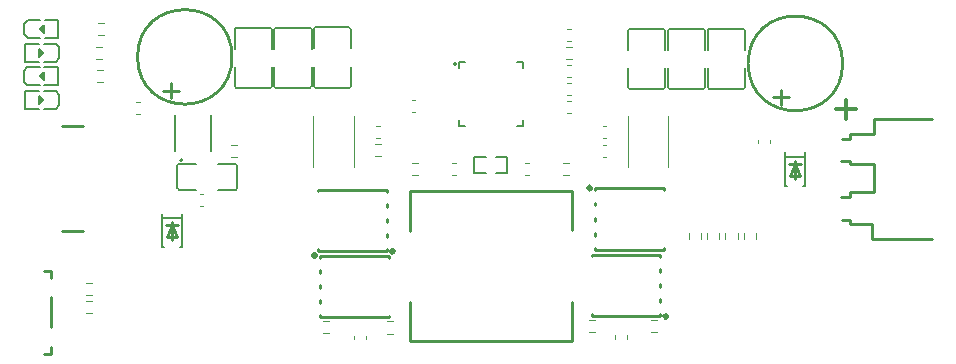
<source format=gto>
%TF.GenerationSoftware,KiCad,Pcbnew,9.0.6*%
%TF.CreationDate,2025-12-05T19:35:03+01:00*%
%TF.ProjectId,ip2366,69703233-3636-42e6-9b69-6361645f7063,rev?*%
%TF.SameCoordinates,Original*%
%TF.FileFunction,Legend,Top*%
%TF.FilePolarity,Positive*%
%FSLAX46Y46*%
G04 Gerber Fmt 4.6, Leading zero omitted, Abs format (unit mm)*
G04 Created by KiCad (PCBNEW 9.0.6) date 2025-12-05 19:35:03*
%MOMM*%
%LPD*%
G01*
G04 APERTURE LIST*
%ADD10C,0.300000*%
%ADD11C,0.120000*%
%ADD12C,0.250000*%
%ADD13C,0.150000*%
%ADD14C,0.200000*%
G04 APERTURE END LIST*
D10*
X169735933Y-56321177D02*
X169735933Y-57997368D01*
X168897838Y-57159272D02*
X170574028Y-57159272D01*
D11*
%TO.C,C5*%
X115003733Y-64290000D02*
X115296267Y-64290000D01*
X115003733Y-65310000D02*
X115296267Y-65310000D01*
%TO.C,C14*%
X149446267Y-58540000D02*
X149153733Y-58540000D01*
X149446267Y-59560000D02*
X149153733Y-59560000D01*
D12*
%TO.C,QLB1*%
X125210000Y-69555000D02*
X125210000Y-69725000D01*
X125210000Y-69555000D02*
X127210000Y-69555000D01*
X125210000Y-70765000D02*
X125210000Y-70995000D01*
X125210000Y-72035000D02*
X125210000Y-72275000D01*
X125210000Y-73315000D02*
X125210000Y-73545000D01*
X125210000Y-74585000D02*
X125210000Y-74755000D01*
X127210000Y-74755000D02*
X125210000Y-74755000D01*
X128070000Y-69555000D02*
X127210000Y-69555000D01*
X128070000Y-69555000D02*
X131010000Y-69555000D01*
X128070000Y-74755000D02*
X126930000Y-74755000D01*
X131010000Y-69555000D02*
X131010000Y-69695000D01*
X131010000Y-69655000D02*
X131010000Y-69695000D01*
X131010000Y-74625000D02*
X131010000Y-74655000D01*
X131010000Y-74625000D02*
X131010000Y-74755000D01*
X131010000Y-74755000D02*
X128070000Y-74755000D01*
D10*
X124880000Y-69525000D02*
G75*
G02*
X124580000Y-69525000I-150000J0D01*
G01*
X124580000Y-69525000D02*
G75*
G02*
X124880000Y-69525000I150000J0D01*
G01*
D13*
%TO.C,C19*%
X151270000Y-50460000D02*
X151270000Y-52090000D01*
X151270000Y-55280000D02*
X151270000Y-53650000D01*
X154280000Y-50310000D02*
X151420000Y-50310000D01*
X154280000Y-55430000D02*
X151420000Y-55430000D01*
X154430000Y-52090000D02*
X154430000Y-50460000D01*
X154430000Y-53650000D02*
X154430000Y-55280000D01*
X151270000Y-50460000D02*
G75*
G02*
X151420000Y-50310000I150000J0D01*
G01*
X151420000Y-55430000D02*
G75*
G02*
X151270000Y-55280000I0J150000D01*
G01*
X154280000Y-50310000D02*
G75*
G02*
X154430000Y-50460000I0J-150000D01*
G01*
X154430000Y-55280000D02*
G75*
G02*
X154280000Y-55430000I-150000J0D01*
G01*
D12*
%TO.C,SW1*%
X101850000Y-77850000D02*
X102450000Y-77850000D01*
X102450000Y-70850000D02*
X101850000Y-70850000D01*
X102450000Y-71420000D02*
X102450000Y-70850000D01*
X102450000Y-75620000D02*
X102450000Y-73080000D01*
X102450000Y-77850000D02*
X102450000Y-77280000D01*
D11*
%TO.C,R10*%
X132957776Y-61667500D02*
X133467224Y-61667500D01*
X132957776Y-62712500D02*
X133467224Y-62712500D01*
%TO.C,R2*%
X106395276Y-49827500D02*
X106904724Y-49827500D01*
X106395276Y-50872500D02*
X106904724Y-50872500D01*
%TO.C,C11*%
X128090000Y-76313733D02*
X128090000Y-76606267D01*
X129110000Y-76313733D02*
X129110000Y-76606267D01*
D14*
%TO.C,Q1*%
X112960000Y-57660000D02*
X112960000Y-60660000D01*
X115960000Y-57660000D02*
X115960000Y-60660000D01*
X113560000Y-61460000D02*
G75*
G02*
X113360000Y-61460000I-100000J0D01*
G01*
X113360000Y-61460000D02*
G75*
G02*
X113560000Y-61460000I100000J0D01*
G01*
D13*
%TO.C,C6*%
X124670000Y-50360000D02*
X124670000Y-51990000D01*
X124670000Y-55180000D02*
X124670000Y-53550000D01*
X127680000Y-50210000D02*
X124820000Y-50210000D01*
X127680000Y-55330000D02*
X124820000Y-55330000D01*
X127830000Y-51990000D02*
X127830000Y-50360000D01*
X127830000Y-53550000D02*
X127830000Y-55180000D01*
X124670000Y-50360000D02*
G75*
G02*
X124820000Y-50210000I150000J0D01*
G01*
X124820000Y-55330000D02*
G75*
G02*
X124670000Y-55180000I0J150000D01*
G01*
X127680000Y-50210000D02*
G75*
G02*
X127830000Y-50360000I0J-150000D01*
G01*
X127830000Y-55180000D02*
G75*
G02*
X127680000Y-55330000I-150000J0D01*
G01*
D11*
%TO.C,R11*%
X146317224Y-61667500D02*
X145807776Y-61667500D01*
X146317224Y-62712500D02*
X145807776Y-62712500D01*
%TO.C,R7*%
X131354724Y-75092500D02*
X130845276Y-75092500D01*
X131354724Y-76137500D02*
X130845276Y-76137500D01*
D13*
%TO.C,D2*%
X164560000Y-60790000D02*
X164560000Y-63610000D01*
X164560000Y-63610000D02*
X164730000Y-63610000D01*
D12*
X165020000Y-62800000D02*
X165430000Y-61780000D01*
X165430000Y-61530000D02*
X165430000Y-63050000D01*
X165430000Y-61780000D02*
X165840000Y-62800000D01*
X165840000Y-62800000D02*
X165020000Y-62800000D01*
X165940000Y-61780000D02*
X164920000Y-61780000D01*
D13*
X166300000Y-60790000D02*
X166300000Y-63610000D01*
X166300000Y-61150000D02*
X164560000Y-61150000D01*
X166300000Y-63610000D02*
X166130000Y-63610000D01*
D11*
%TO.C,R12*%
X149153733Y-60140000D02*
X149446267Y-60140000D01*
X149153733Y-61160000D02*
X149446267Y-61160000D01*
D14*
%TO.C,U1*%
X136950000Y-53150000D02*
X137450000Y-53150000D01*
X136950000Y-53650000D02*
X136950000Y-53150000D01*
X136950000Y-58550000D02*
X136950000Y-58050000D01*
X137450000Y-58550000D02*
X136950000Y-58550000D01*
X141850000Y-58550000D02*
X142350000Y-58550000D01*
X142350000Y-53150000D02*
X141850000Y-53150000D01*
X142350000Y-53650000D02*
X142350000Y-53150000D01*
X142350000Y-58550000D02*
X142350000Y-58050000D01*
D10*
X136600001Y-53350000D02*
X136600001Y-53350000D01*
X136600001Y-53350000D01*
X136600001Y-53350000D01*
X136600001Y-53350000D01*
X136600001Y-53350000D01*
X136600001Y-53350001D01*
X136600001Y-53350001D01*
X136600001Y-53350001D01*
X136600001Y-53350001D01*
X136600001Y-53350001D01*
X136600001Y-53350001D01*
X136600001Y-53350001D01*
X136600000Y-53350001D01*
X136600000Y-53350001D01*
X136600000Y-53350001D01*
X136600000Y-53350001D01*
X136600000Y-53350001D01*
X136600000Y-53350001D01*
X136600000Y-53350001D01*
X136600000Y-53350001D01*
X136600000Y-53350001D01*
X136600000Y-53350001D01*
X136600000Y-53350001D01*
X136600000Y-53350001D01*
X136599999Y-53350001D01*
X136599999Y-53350001D01*
X136599999Y-53350001D01*
X136599999Y-53350001D01*
X136599999Y-53350001D01*
X136599999Y-53350001D01*
X136599999Y-53350000D01*
X136599999Y-53350000D01*
X136599999Y-53350000D01*
X136599999Y-53350000D01*
X136599999Y-53350000D01*
X136599999Y-53350000D01*
X136599999Y-53350000D02*
X136599999Y-53350000D01*
X136599999Y-53350000D01*
X136599999Y-53350000D01*
X136599999Y-53350000D01*
X136599999Y-53350000D01*
X136599999Y-53350000D01*
X136599999Y-53349999D01*
X136599999Y-53349999D01*
X136599999Y-53349999D01*
X136599999Y-53349999D01*
X136599999Y-53349999D01*
X136600000Y-53349999D01*
X136600000Y-53349999D01*
X136600000Y-53349999D01*
X136600000Y-53349999D01*
X136600000Y-53349999D01*
X136600000Y-53349999D01*
X136600000Y-53349999D01*
X136600000Y-53349999D01*
X136600000Y-53349999D01*
X136600000Y-53349999D01*
X136600000Y-53349999D01*
X136600000Y-53349999D01*
X136600001Y-53349999D01*
X136600001Y-53349999D01*
X136600001Y-53349999D01*
X136600001Y-53349999D01*
X136600001Y-53349999D01*
X136600001Y-53349999D01*
X136600001Y-53350000D01*
X136600001Y-53350000D01*
X136600001Y-53350000D01*
X136600001Y-53350000D01*
X136600001Y-53350000D01*
X136600001Y-53350000D01*
X136600001Y-53350000D01*
D11*
%TO.C,C12*%
X142858767Y-61680000D02*
X142566233Y-61680000D01*
X142858767Y-62700000D02*
X142566233Y-62700000D01*
%TO.C,R15*%
X161077500Y-67645276D02*
X161077500Y-68154724D01*
X162122500Y-67645276D02*
X162122500Y-68154724D01*
%TO.C,C15*%
X146446267Y-53380000D02*
X146153733Y-53380000D01*
X146446267Y-54400000D02*
X146153733Y-54400000D01*
D13*
%TO.C,LED2*%
X100260000Y-53100000D02*
X100260000Y-51620000D01*
X101410000Y-51600000D02*
X100260000Y-51600000D01*
X101410000Y-53100000D02*
X100260000Y-53100000D01*
X101430000Y-52020000D02*
X101440000Y-52020000D01*
X101430000Y-52350000D02*
X101770000Y-52350000D01*
X101430000Y-52690000D02*
X101770000Y-52350000D01*
X101430000Y-52700000D02*
X101430000Y-52020000D01*
X101430000Y-52700000D02*
X101430000Y-52690000D01*
X101440000Y-52020000D02*
X101770000Y-52350000D01*
X101790000Y-51600000D02*
X102840000Y-51600000D01*
X101790000Y-53100000D02*
X102840000Y-53100000D01*
X103140000Y-51900000D02*
X102840000Y-51600000D01*
X103140000Y-52000000D02*
X103140000Y-51900000D01*
X103140000Y-52700000D02*
X103140000Y-52000000D01*
X103140000Y-52700000D02*
X103140000Y-52800000D01*
X103140000Y-52800000D02*
X102840000Y-53100000D01*
D11*
%TO.C,C16*%
X146446267Y-54890000D02*
X146153733Y-54890000D01*
X146446267Y-55910000D02*
X146153733Y-55910000D01*
%TO.C,R3*%
X118154724Y-60177500D02*
X117645276Y-60177500D01*
X118154724Y-61222500D02*
X117645276Y-61222500D01*
D13*
%TO.C,C2*%
X117970000Y-50375000D02*
X117970000Y-52005000D01*
X117970000Y-55195000D02*
X117970000Y-53565000D01*
X120980000Y-50225000D02*
X118120000Y-50225000D01*
X120980000Y-55345000D02*
X118120000Y-55345000D01*
X121130000Y-52005000D02*
X121130000Y-50375000D01*
X121130000Y-53565000D02*
X121130000Y-55195000D01*
X117970000Y-50375000D02*
G75*
G02*
X118120000Y-50225000I150000J0D01*
G01*
X118120000Y-55345000D02*
G75*
G02*
X117970000Y-55195000I0J150000D01*
G01*
X120980000Y-50225000D02*
G75*
G02*
X121130000Y-50375000I0J-150000D01*
G01*
X121130000Y-55195000D02*
G75*
G02*
X120980000Y-55345000I-150000J0D01*
G01*
%TO.C,LED3*%
X100110000Y-53900000D02*
X100410000Y-53600000D01*
X100110000Y-54000000D02*
X100110000Y-53900000D01*
X100110000Y-54000000D02*
X100110000Y-54700000D01*
X100110000Y-54700000D02*
X100110000Y-54800000D01*
X100110000Y-54800000D02*
X100410000Y-55100000D01*
X101460000Y-53600000D02*
X100410000Y-53600000D01*
X101460000Y-55100000D02*
X100410000Y-55100000D01*
X101810000Y-54680000D02*
X101480000Y-54350000D01*
X101820000Y-54000000D02*
X101820000Y-54010000D01*
X101820000Y-54000000D02*
X101820000Y-54680000D01*
X101820000Y-54010000D02*
X101480000Y-54350000D01*
X101820000Y-54350000D02*
X101480000Y-54350000D01*
X101820000Y-54680000D02*
X101810000Y-54680000D01*
X101840000Y-53600000D02*
X102990000Y-53600000D01*
X101840000Y-55100000D02*
X102990000Y-55100000D01*
X102990000Y-53600000D02*
X102990000Y-55080000D01*
%TO.C,C4*%
X121325000Y-50375000D02*
X121325000Y-52005000D01*
X121325000Y-55195000D02*
X121325000Y-53565000D01*
X124335000Y-50225000D02*
X121475000Y-50225000D01*
X124335000Y-55345000D02*
X121475000Y-55345000D01*
X124485000Y-52005000D02*
X124485000Y-50375000D01*
X124485000Y-53565000D02*
X124485000Y-55195000D01*
X121325000Y-50375000D02*
G75*
G02*
X121475000Y-50225000I150000J0D01*
G01*
X121475000Y-55345000D02*
G75*
G02*
X121325000Y-55195000I0J150000D01*
G01*
X124335000Y-50225000D02*
G75*
G02*
X124485000Y-50375000I0J-150000D01*
G01*
X124485000Y-55195000D02*
G75*
G02*
X124335000Y-55345000I-150000J0D01*
G01*
D11*
%TO.C,C21*%
X146153733Y-50340000D02*
X146446267Y-50340000D01*
X146153733Y-51360000D02*
X146446267Y-51360000D01*
%TO.C,C17*%
X146446267Y-56410000D02*
X146153733Y-56410000D01*
X146446267Y-57430000D02*
X146153733Y-57430000D01*
%TO.C,R1*%
X106245276Y-51877500D02*
X106754724Y-51877500D01*
X106245276Y-52922500D02*
X106754724Y-52922500D01*
%TO.C,R9*%
X147945276Y-74977500D02*
X148454724Y-74977500D01*
X147945276Y-76022500D02*
X148454724Y-76022500D01*
%TO.C,R20*%
X105854724Y-73377500D02*
X105345276Y-73377500D01*
X105854724Y-74422500D02*
X105345276Y-74422500D01*
D12*
%TO.C,C1*%
X112550000Y-54950000D02*
X112550000Y-56200000D01*
X113220000Y-55580000D02*
X111870000Y-55580000D01*
X109750000Y-52680000D02*
G75*
G02*
X109750086Y-52749814I4000000J-30000D01*
G01*
D11*
%TO.C,R16*%
X157977500Y-67645276D02*
X157977500Y-68154724D01*
X159022500Y-67645276D02*
X159022500Y-68154724D01*
D13*
%TO.C,RNTC1*%
X138260000Y-61190000D02*
X138260000Y-62510000D01*
X138260000Y-62510000D02*
X139220000Y-62510000D01*
X139220000Y-61190000D02*
X138260000Y-61190000D01*
X140080000Y-61190000D02*
X141040000Y-61190000D01*
X141040000Y-61190000D02*
X141040000Y-62510000D01*
X141040000Y-62510000D02*
X140080000Y-62510000D01*
D11*
%TO.C,R19*%
X105867224Y-71827500D02*
X105357776Y-71827500D01*
X105867224Y-72872500D02*
X105357776Y-72872500D01*
D13*
%TO.C,D1*%
X111780000Y-65990000D02*
X111780000Y-68810000D01*
X111780000Y-68810000D02*
X111950000Y-68810000D01*
D12*
X112240000Y-68000000D02*
X112650000Y-66980000D01*
X112650000Y-66730000D02*
X112650000Y-68250000D01*
X112650000Y-66980000D02*
X113060000Y-68000000D01*
X113060000Y-68000000D02*
X112240000Y-68000000D01*
X113160000Y-66980000D02*
X112140000Y-66980000D01*
D13*
X113520000Y-65990000D02*
X113520000Y-68810000D01*
X113520000Y-66350000D02*
X111780000Y-66350000D01*
X113520000Y-68810000D02*
X113350000Y-68810000D01*
D11*
%TO.C,R5*%
X124640000Y-57672936D02*
X124640000Y-62027064D01*
X128060000Y-57672936D02*
X128060000Y-62027064D01*
%TO.C,C9*%
X130246267Y-58540000D02*
X129953733Y-58540000D01*
X130246267Y-59560000D02*
X129953733Y-59560000D01*
%TO.C,C8*%
X133246267Y-56340000D02*
X132953733Y-56340000D01*
X133246267Y-57360000D02*
X132953733Y-57360000D01*
%TO.C,R8*%
X125445276Y-75077500D02*
X125954724Y-75077500D01*
X125445276Y-76122500D02*
X125954724Y-76122500D01*
%TO.C,R4*%
X106854724Y-53827500D02*
X106345276Y-53827500D01*
X106854724Y-54872500D02*
X106345276Y-54872500D01*
D12*
%TO.C,C23*%
X164250000Y-55500000D02*
X164250000Y-56750000D01*
X164920000Y-56130000D02*
X163570000Y-56130000D01*
X161450000Y-53230000D02*
G75*
G02*
X161450086Y-53299814I4000000J-30000D01*
G01*
D13*
%TO.C,C20*%
X154645000Y-50460000D02*
X154645000Y-52090000D01*
X154645000Y-55280000D02*
X154645000Y-53650000D01*
X157655000Y-50310000D02*
X154795000Y-50310000D01*
X157655000Y-55430000D02*
X154795000Y-55430000D01*
X157805000Y-52090000D02*
X157805000Y-50460000D01*
X157805000Y-53650000D02*
X157805000Y-55280000D01*
X154645000Y-50460000D02*
G75*
G02*
X154795000Y-50310000I150000J0D01*
G01*
X154795000Y-55430000D02*
G75*
G02*
X154645000Y-55280000I0J150000D01*
G01*
X157655000Y-50310000D02*
G75*
G02*
X157805000Y-50460000I0J-150000D01*
G01*
X157805000Y-55280000D02*
G75*
G02*
X157655000Y-55430000I-150000J0D01*
G01*
%TO.C,LED1*%
X100160000Y-49900000D02*
X100460000Y-49600000D01*
X100160000Y-50000000D02*
X100160000Y-49900000D01*
X100160000Y-50000000D02*
X100160000Y-50700000D01*
X100160000Y-50700000D02*
X100160000Y-50800000D01*
X100160000Y-50800000D02*
X100460000Y-51100000D01*
X101510000Y-49600000D02*
X100460000Y-49600000D01*
X101510000Y-51100000D02*
X100460000Y-51100000D01*
X101860000Y-50680000D02*
X101530000Y-50350000D01*
X101870000Y-50000000D02*
X101870000Y-50010000D01*
X101870000Y-50000000D02*
X101870000Y-50680000D01*
X101870000Y-50010000D02*
X101530000Y-50350000D01*
X101870000Y-50350000D02*
X101530000Y-50350000D01*
X101870000Y-50680000D02*
X101860000Y-50680000D01*
X101890000Y-49600000D02*
X103040000Y-49600000D01*
X101890000Y-51100000D02*
X103040000Y-51100000D01*
X103040000Y-49600000D02*
X103040000Y-51080000D01*
D11*
%TO.C,R6*%
X130367224Y-60077500D02*
X129857776Y-60077500D01*
X130367224Y-61122500D02*
X129857776Y-61122500D01*
%TO.C,C10*%
X136416233Y-61680000D02*
X136708767Y-61680000D01*
X136416233Y-62700000D02*
X136708767Y-62700000D01*
D13*
%TO.C,C22*%
X158020000Y-50460000D02*
X158020000Y-52090000D01*
X158020000Y-55280000D02*
X158020000Y-53650000D01*
X161030000Y-50310000D02*
X158170000Y-50310000D01*
X161030000Y-55430000D02*
X158170000Y-55430000D01*
X161180000Y-52090000D02*
X161180000Y-50460000D01*
X161180000Y-53650000D02*
X161180000Y-55280000D01*
X158020000Y-50460000D02*
G75*
G02*
X158170000Y-50310000I150000J0D01*
G01*
X158170000Y-55430000D02*
G75*
G02*
X158020000Y-55280000I0J150000D01*
G01*
X161030000Y-50310000D02*
G75*
G02*
X161180000Y-50460000I0J-150000D01*
G01*
X161180000Y-55280000D02*
G75*
G02*
X161030000Y-55430000I-150000J0D01*
G01*
D11*
%TO.C,R18*%
X156427500Y-67645276D02*
X156427500Y-68154724D01*
X157472500Y-67645276D02*
X157472500Y-68154724D01*
D12*
%TO.C,QRT1*%
X148510000Y-63850000D02*
X148510000Y-64020000D01*
X148510000Y-63850000D02*
X150510000Y-63850000D01*
X148510000Y-65060000D02*
X148510000Y-65290000D01*
X148510000Y-66330000D02*
X148510000Y-66570000D01*
X148510000Y-67610000D02*
X148510000Y-67840000D01*
X148510000Y-68880000D02*
X148510000Y-69050000D01*
X150510000Y-69050000D02*
X148510000Y-69050000D01*
X151370000Y-63850000D02*
X150510000Y-63850000D01*
X151370000Y-63850000D02*
X154310000Y-63850000D01*
X151370000Y-69050000D02*
X150230000Y-69050000D01*
X154310000Y-63850000D02*
X154310000Y-63990000D01*
X154310000Y-63950000D02*
X154310000Y-63990000D01*
X154310000Y-68920000D02*
X154310000Y-68950000D01*
X154310000Y-68920000D02*
X154310000Y-69050000D01*
X154310000Y-69050000D02*
X151370000Y-69050000D01*
D10*
X148180000Y-63820000D02*
G75*
G02*
X147880000Y-63820000I-150000J0D01*
G01*
X147880000Y-63820000D02*
G75*
G02*
X148180000Y-63820000I150000J0D01*
G01*
D11*
%TO.C,R13*%
X151240000Y-62027064D02*
X151240000Y-57672936D01*
X154660000Y-62027064D02*
X154660000Y-57672936D01*
%TO.C,C13*%
X150140000Y-76278733D02*
X150140000Y-76571267D01*
X151160000Y-76278733D02*
X151160000Y-76571267D01*
D13*
%TO.C,C3*%
X113080000Y-63790000D02*
X113080000Y-61910000D01*
X113230000Y-61760000D02*
X114710000Y-61760000D01*
X114710000Y-63940000D02*
X113230000Y-63940000D01*
X116570000Y-63940000D02*
X118050000Y-63940000D01*
X118050000Y-61760000D02*
X116570000Y-61760000D01*
X118200000Y-63790000D02*
X118200000Y-61910000D01*
X113080000Y-61910000D02*
G75*
G02*
X113230000Y-61760000I150000J0D01*
G01*
X113230000Y-63940000D02*
G75*
G02*
X113080000Y-63790000I0J150000D01*
G01*
X118050000Y-61760000D02*
G75*
G02*
X118200000Y-61910000I0J-150000D01*
G01*
X118200000Y-63790000D02*
G75*
G02*
X118050000Y-63940000I-150000J0D01*
G01*
D12*
%TO.C,QLT1*%
X125040000Y-63950000D02*
X127980000Y-63950000D01*
X125040000Y-64080000D02*
X125040000Y-63950000D01*
X125040000Y-64080000D02*
X125040000Y-64050000D01*
X125040000Y-69050000D02*
X125040000Y-69010000D01*
X125040000Y-69150000D02*
X125040000Y-69010000D01*
X127980000Y-63950000D02*
X129120000Y-63950000D01*
X127980000Y-69150000D02*
X125040000Y-69150000D01*
X127980000Y-69150000D02*
X128840000Y-69150000D01*
X128840000Y-63950000D02*
X130840000Y-63950000D01*
X130840000Y-64120000D02*
X130840000Y-63950000D01*
X130840000Y-65390000D02*
X130840000Y-65160000D01*
X130840000Y-66670000D02*
X130840000Y-66430000D01*
X130840000Y-67940000D02*
X130840000Y-67710000D01*
X130840000Y-69150000D02*
X128840000Y-69150000D01*
X130840000Y-69150000D02*
X130840000Y-68980000D01*
D10*
X131470000Y-69180000D02*
G75*
G02*
X131170000Y-69180000I-150000J0D01*
G01*
X131170000Y-69180000D02*
G75*
G02*
X131470000Y-69180000I150000J0D01*
G01*
D12*
%TO.C,QRB1*%
X148190000Y-69450000D02*
X151130000Y-69450000D01*
X148190000Y-69580000D02*
X148190000Y-69450000D01*
X148190000Y-69580000D02*
X148190000Y-69550000D01*
X148190000Y-74550000D02*
X148190000Y-74510000D01*
X148190000Y-74650000D02*
X148190000Y-74510000D01*
X151130000Y-69450000D02*
X152270000Y-69450000D01*
X151130000Y-74650000D02*
X148190000Y-74650000D01*
X151130000Y-74650000D02*
X151990000Y-74650000D01*
X151990000Y-69450000D02*
X153990000Y-69450000D01*
X153990000Y-69620000D02*
X153990000Y-69450000D01*
X153990000Y-70890000D02*
X153990000Y-70660000D01*
X153990000Y-72170000D02*
X153990000Y-71930000D01*
X153990000Y-73440000D02*
X153990000Y-73210000D01*
X153990000Y-74650000D02*
X151990000Y-74650000D01*
X153990000Y-74650000D02*
X153990000Y-74480000D01*
D10*
X154620000Y-74680000D02*
G75*
G02*
X154320000Y-74680000I-150000J0D01*
G01*
X154320000Y-74680000D02*
G75*
G02*
X154620000Y-74680000I150000J0D01*
G01*
D11*
%TO.C,R17*%
X159527500Y-67645276D02*
X159527500Y-68154724D01*
X160572500Y-67645276D02*
X160572500Y-68154724D01*
D12*
%TO.C,USB1*%
X103360000Y-67470000D02*
X105120000Y-67470000D01*
X105120000Y-58570000D02*
X103360000Y-58570000D01*
%TO.C,L1*%
X132790000Y-64100000D02*
X146510000Y-64100000D01*
X132790000Y-67470000D02*
X132790000Y-64100000D01*
X132790000Y-76800000D02*
X132790000Y-73500000D01*
X146510000Y-64100000D02*
X146510000Y-67400000D01*
X146510000Y-73430000D02*
X146510000Y-76800000D01*
X146510000Y-76800000D02*
X132790000Y-76800000D01*
D11*
%TO.C,C18*%
X162265000Y-59728733D02*
X162265000Y-60021267D01*
X163285000Y-59728733D02*
X163285000Y-60021267D01*
%TO.C,R21*%
X146045276Y-51847500D02*
X146554724Y-51847500D01*
X146045276Y-52892500D02*
X146554724Y-52892500D01*
%TO.C,C7*%
X109946267Y-56490000D02*
X109653733Y-56490000D01*
X109946267Y-57510000D02*
X109653733Y-57510000D01*
D12*
%TO.C,CN1*%
X169290000Y-64570000D02*
X170050000Y-64570000D01*
X169420000Y-59620000D02*
X170050000Y-59620000D01*
X169420000Y-66480000D02*
X170050000Y-66480000D01*
X170050000Y-59240000D02*
X172080000Y-59240000D01*
X170050000Y-59620000D02*
X170050000Y-59240000D01*
X170050000Y-61530000D02*
X169290000Y-61530000D01*
X170050000Y-61780000D02*
X170050000Y-61530000D01*
X170050000Y-64190000D02*
X172080000Y-64190000D01*
X170050000Y-64570000D02*
X170050000Y-64190000D01*
X170050000Y-66480000D02*
X170050000Y-66860000D01*
X170050000Y-66860000D02*
X171960000Y-66860000D01*
X171960000Y-66860000D02*
X171960000Y-68130000D01*
X171960000Y-68130000D02*
X173050000Y-68130000D01*
X172080000Y-57970000D02*
X173050000Y-57970000D01*
X172080000Y-59240000D02*
X172080000Y-57970000D01*
X172080000Y-61780000D02*
X170050000Y-61780000D01*
X172080000Y-64190000D02*
X172080000Y-61780000D01*
X177050000Y-57970000D02*
X173050000Y-57970000D01*
X177050000Y-68130000D02*
X173050000Y-68130000D01*
D11*
%TO.C,R14*%
X153754724Y-74977500D02*
X153245276Y-74977500D01*
X153754724Y-76022500D02*
X153245276Y-76022500D01*
D13*
%TO.C,LED4*%
X100260000Y-57100000D02*
X100260000Y-55620000D01*
X101410000Y-55600000D02*
X100260000Y-55600000D01*
X101410000Y-57100000D02*
X100260000Y-57100000D01*
X101430000Y-56020000D02*
X101440000Y-56020000D01*
X101430000Y-56350000D02*
X101770000Y-56350000D01*
X101430000Y-56690000D02*
X101770000Y-56350000D01*
X101430000Y-56700000D02*
X101430000Y-56020000D01*
X101430000Y-56700000D02*
X101430000Y-56690000D01*
X101440000Y-56020000D02*
X101770000Y-56350000D01*
X101790000Y-55600000D02*
X102840000Y-55600000D01*
X101790000Y-57100000D02*
X102840000Y-57100000D01*
X103140000Y-55900000D02*
X102840000Y-55600000D01*
X103140000Y-56000000D02*
X103140000Y-55900000D01*
X103140000Y-56700000D02*
X103140000Y-56000000D01*
X103140000Y-56700000D02*
X103140000Y-56800000D01*
X103140000Y-56800000D02*
X102840000Y-57100000D01*
%TD*%
M02*

</source>
